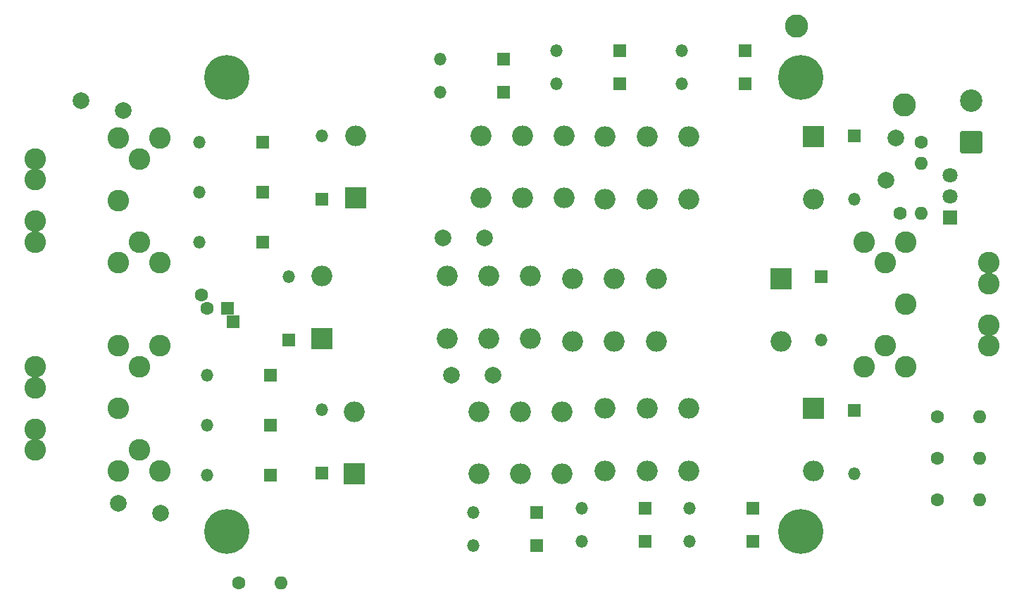
<source format=gbr>
%TF.GenerationSoftware,KiCad,Pcbnew,(6.0.10)*%
%TF.CreationDate,2023-01-23T18:05:53+00:00*%
%TF.ProjectId,bedberry_splitter,62656462-6572-4727-995f-73706c697474,rev?*%
%TF.SameCoordinates,Original*%
%TF.FileFunction,Soldermask,Top*%
%TF.FilePolarity,Negative*%
%FSLAX46Y46*%
G04 Gerber Fmt 4.6, Leading zero omitted, Abs format (unit mm)*
G04 Created by KiCad (PCBNEW (6.0.10)) date 2023-01-23 18:05:53*
%MOMM*%
%LPD*%
G01*
G04 APERTURE LIST*
G04 Aperture macros list*
%AMRoundRect*
0 Rectangle with rounded corners*
0 $1 Rounding radius*
0 $2 $3 $4 $5 $6 $7 $8 $9 X,Y pos of 4 corners*
0 Add a 4 corners polygon primitive as box body*
4,1,4,$2,$3,$4,$5,$6,$7,$8,$9,$2,$3,0*
0 Add four circle primitives for the rounded corners*
1,1,$1+$1,$2,$3*
1,1,$1+$1,$4,$5*
1,1,$1+$1,$6,$7*
1,1,$1+$1,$8,$9*
0 Add four rect primitives between the rounded corners*
20,1,$1+$1,$2,$3,$4,$5,0*
20,1,$1+$1,$4,$5,$6,$7,0*
20,1,$1+$1,$6,$7,$8,$9,0*
20,1,$1+$1,$8,$9,$2,$3,0*%
G04 Aperture macros list end*
%ADD10R,1.500000X1.500000*%
%ADD11O,1.500000X1.500000*%
%ADD12C,2.800000*%
%ADD13C,2.010000*%
%ADD14R,2.500000X2.500000*%
%ADD15O,2.500000X2.500000*%
%ADD16RoundRect,0.250001X1.099999X-1.099999X1.099999X1.099999X-1.099999X1.099999X-1.099999X-1.099999X0*%
%ADD17C,2.700000*%
%ADD18C,1.600000*%
%ADD19O,1.600000X1.600000*%
%ADD20C,2.600000*%
%ADD21C,5.400000*%
%ADD22C,2.000000*%
%ADD23R,1.800000X1.800000*%
%ADD24C,1.800000*%
%ADD25R,1.600000X1.600000*%
G04 APERTURE END LIST*
D10*
%TO.C,D13*%
X138815000Y-112000000D03*
D11*
X131195000Y-112000000D03*
%TD*%
D12*
%TO.C,TP2*%
X157000000Y-63500000D03*
%TD*%
D13*
%TO.C,F3*%
X156000000Y-67450000D03*
X154800000Y-72550000D03*
%TD*%
D12*
%TO.C,TP1*%
X144000000Y-54000000D03*
%TD*%
D14*
%TO.C,RL6*%
X87000000Y-91587500D03*
D15*
X102000000Y-91587500D03*
X107000000Y-91587500D03*
X112000000Y-91587500D03*
X112000000Y-84087500D03*
X107000000Y-84087500D03*
X102000000Y-84087500D03*
X87000000Y-84087500D03*
%TD*%
D16*
%TO.C,J3*%
X165000000Y-68000000D03*
D17*
X165000000Y-63000000D03*
%TD*%
D18*
%TO.C,R1*%
X159000000Y-68000000D03*
D19*
X159000000Y-70540000D03*
%TD*%
D10*
%TO.C,D18*%
X80815000Y-102000000D03*
D11*
X73195000Y-102000000D03*
%TD*%
D10*
%TO.C,D20*%
X112815000Y-112500000D03*
D11*
X105195000Y-112500000D03*
%TD*%
D10*
%TO.C,D2*%
X137815000Y-57000000D03*
D11*
X130195000Y-57000000D03*
%TD*%
D18*
%TO.C,SPARE3*%
X161000000Y-111000000D03*
D19*
X166080000Y-111000000D03*
%TD*%
D20*
%TO.C,J4*%
X157155000Y-80000000D03*
X157155000Y-87500000D03*
X157155000Y-95000000D03*
X154655000Y-82500000D03*
X154655000Y-92500000D03*
X152155000Y-80000000D03*
X152155000Y-95000000D03*
X167155000Y-92500000D03*
X167115000Y-90000000D03*
X167115000Y-85000000D03*
X167155000Y-82500000D03*
%TD*%
D14*
%TO.C,RL1*%
X146037500Y-67312500D03*
D15*
X131037500Y-67312500D03*
X126037500Y-67312500D03*
X121037500Y-67312500D03*
X121037500Y-74812500D03*
X126037500Y-74812500D03*
X131037500Y-74812500D03*
X146037500Y-74812500D03*
%TD*%
D10*
%TO.C,D5*%
X108815000Y-58000000D03*
D11*
X101195000Y-58000000D03*
%TD*%
D14*
%TO.C,RL3*%
X146037500Y-100012500D03*
D15*
X131037500Y-100012500D03*
X126037500Y-100012500D03*
X121037500Y-100012500D03*
X121037500Y-107512500D03*
X126037500Y-107512500D03*
X131037500Y-107512500D03*
X146037500Y-107512500D03*
%TD*%
D14*
%TO.C,RL2*%
X91062500Y-74687500D03*
D15*
X106062500Y-74687500D03*
X111062500Y-74687500D03*
X116062500Y-74687500D03*
X116062500Y-67187500D03*
X111062500Y-67187500D03*
X106062500Y-67187500D03*
X91062500Y-67187500D03*
%TD*%
D10*
%TO.C,D10*%
X79815000Y-68000000D03*
D11*
X72195000Y-68000000D03*
%TD*%
D10*
%TO.C,D16*%
X125815000Y-112000000D03*
D11*
X118195000Y-112000000D03*
%TD*%
D21*
%TO.C,H3*%
X75500000Y-114800000D03*
%TD*%
D10*
%TO.C,D22*%
X87000000Y-107815000D03*
D11*
X87000000Y-100195000D03*
%TD*%
D10*
%TO.C,D9*%
X122815000Y-61000000D03*
D11*
X115195000Y-61000000D03*
%TD*%
D22*
%TO.C,C2*%
X106500000Y-79500000D03*
X101500000Y-79500000D03*
%TD*%
D10*
%TO.C,D19*%
X112815000Y-116500000D03*
D11*
X105195000Y-116500000D03*
%TD*%
D18*
%TO.C,SPARE2*%
X161000000Y-106000000D03*
D19*
X166080000Y-106000000D03*
%TD*%
D18*
%TO.C,SPARE4*%
X77000000Y-121000000D03*
D19*
X82080000Y-121000000D03*
%TD*%
D10*
%TO.C,D17*%
X125815000Y-116000000D03*
D11*
X118195000Y-116000000D03*
%TD*%
D21*
%TO.C,H2*%
X144500000Y-60200000D03*
%TD*%
D10*
%TO.C,D15*%
X80815000Y-108000000D03*
D11*
X73195000Y-108000000D03*
%TD*%
D10*
%TO.C,D24*%
X83000000Y-91815000D03*
D11*
X83000000Y-84195000D03*
%TD*%
D10*
%TO.C,D8*%
X122815000Y-57000000D03*
D11*
X115195000Y-57000000D03*
%TD*%
D13*
%TO.C,F2*%
X67550000Y-112600000D03*
X62450000Y-111400000D03*
%TD*%
D20*
%TO.C,J1*%
X62500000Y-82500000D03*
X62500000Y-75000000D03*
X62500000Y-67500000D03*
X65000000Y-80000000D03*
X65000000Y-70000000D03*
X67500000Y-82500000D03*
X67500000Y-67500000D03*
X52540000Y-77500000D03*
X52500000Y-70000000D03*
X52540000Y-72500000D03*
X52500000Y-80000000D03*
%TD*%
D10*
%TO.C,D14*%
X138815000Y-116000000D03*
D11*
X131195000Y-116000000D03*
%TD*%
D10*
%TO.C,D7*%
X79815000Y-74000000D03*
D11*
X72195000Y-74000000D03*
%TD*%
D10*
%TO.C,D23*%
X147000000Y-84185000D03*
D11*
X147000000Y-91805000D03*
%TD*%
D10*
%TO.C,D12*%
X151000000Y-100285000D03*
D11*
X151000000Y-107905000D03*
%TD*%
D18*
%TO.C,SPARE1*%
X161000000Y-101000000D03*
D19*
X166080000Y-101000000D03*
%TD*%
D21*
%TO.C,H4*%
X144500000Y-114800000D03*
%TD*%
D10*
%TO.C,D21*%
X80815000Y-96000000D03*
D11*
X73195000Y-96000000D03*
%TD*%
D10*
%TO.C,D4*%
X79815000Y-80000000D03*
D11*
X72195000Y-80000000D03*
%TD*%
D14*
%TO.C,RL5*%
X142137500Y-84412500D03*
D15*
X127137500Y-84412500D03*
X122137500Y-84412500D03*
X117137500Y-84412500D03*
X117137500Y-91912500D03*
X122137500Y-91912500D03*
X127137500Y-91912500D03*
X142137500Y-91912500D03*
%TD*%
D13*
%TO.C,F1*%
X63100000Y-64200000D03*
X58000000Y-63000000D03*
%TD*%
D22*
%TO.C,C3*%
X107500000Y-96000000D03*
X102500000Y-96000000D03*
%TD*%
D10*
%TO.C,D11*%
X87000000Y-74815000D03*
D11*
X87000000Y-67195000D03*
%TD*%
D10*
%TO.C,D6*%
X108815000Y-62000000D03*
D11*
X101195000Y-62000000D03*
%TD*%
D14*
%TO.C,RL4*%
X90862500Y-107887500D03*
D15*
X105862500Y-107887500D03*
X110862500Y-107887500D03*
X115862500Y-107887500D03*
X115862500Y-100387500D03*
X110862500Y-100387500D03*
X105862500Y-100387500D03*
X90862500Y-100387500D03*
%TD*%
D20*
%TO.C,J2*%
X62500000Y-107500000D03*
X62500000Y-100000000D03*
X62500000Y-92500000D03*
X65000000Y-105000000D03*
X65000000Y-95000000D03*
X67500000Y-107500000D03*
X67500000Y-92500000D03*
X52500000Y-105000000D03*
X52540000Y-97500000D03*
X52500000Y-95000000D03*
X52540000Y-102500000D03*
%TD*%
D10*
%TO.C,D1*%
X151000000Y-67185000D03*
D11*
X151000000Y-74805000D03*
%TD*%
D23*
%TO.C,D25*%
X162500000Y-77050000D03*
D24*
X162500000Y-74510000D03*
X162500000Y-71970000D03*
%TD*%
D21*
%TO.C,H1*%
X75500000Y-60200000D03*
%TD*%
D10*
%TO.C,D3*%
X137815000Y-61000000D03*
D11*
X130195000Y-61000000D03*
%TD*%
D25*
%TO.C,C1*%
X76288614Y-89600000D03*
X75617677Y-88000000D03*
D18*
X72446740Y-86400000D03*
X73117677Y-88000000D03*
%TD*%
%TO.C,R2*%
X156500000Y-76500000D03*
D19*
X159040000Y-76500000D03*
%TD*%
M02*

</source>
